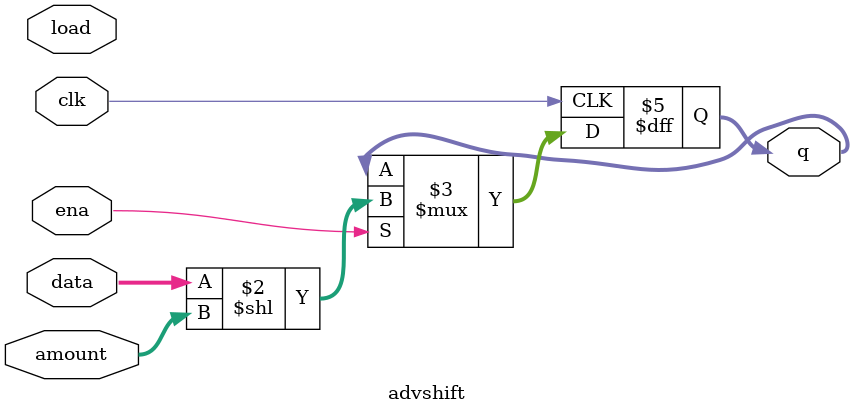
<source format=v>
module advshift(input clk,
input load,
input ena,
input [1:0] amount,
input [63:0] data,
output reg [63:0] q); 
// when load is high, assign data[63:0] to shift register q.
// if ena is high, shift q.
// amount: Chooses which direction and how much to shift.
// 2'b00: shift left by 1 bit.
// 2'b01: shift left by 8 bits.
// 2'b10: shift right by 1 bit.
// 2'b11: shift right by 8 bits.


always @(posedge clk)
    if (ena)
        q <= (data[63:0] << amount);
endmodule

</source>
